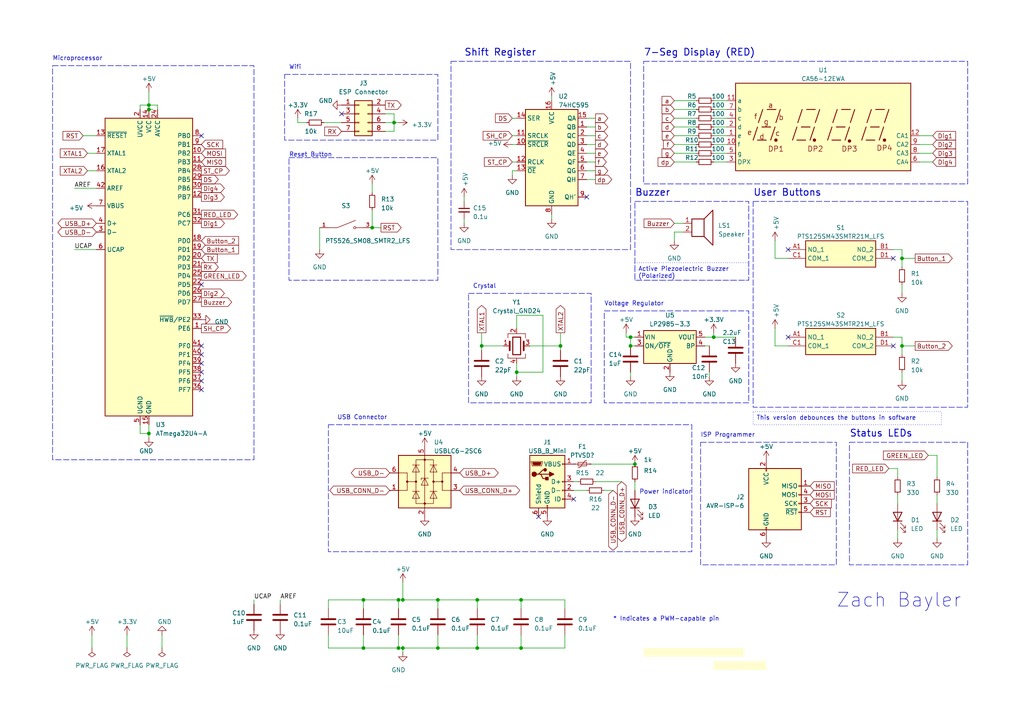
<source format=kicad_sch>
(kicad_sch (version 20230121) (generator eeschema)
  (paper "A4")
  (title_block (title "Arduino Uno Shield") (date "2023-03-22") (rev "1.0"))
  (junction (at 43.18 30.48))
  (junction (at 116.84 173.99))
  (junction (at 105.41 187.96))
  (junction (at 115.57 173.99))
  (junction (at 138.43 173.99))
  (junction (at 114.3 35.56))
  (junction (at 207.01 97.79))
  (junction (at 184.15 134.62))
  (junction (at 105.41 173.99))
  (junction (at 149.86 107.95))
  (junction (at 127 187.96))
  (junction (at 127 173.99))
  (junction (at 261.62 100.33))
  (junction (at 182.88 97.79))
  (junction (at 151.13 187.96))
  (junction (at 261.62 74.93))
  (junction (at 115.57 187.96))
  (junction (at 151.13 173.99))
  (junction (at 107.95 66.04))
  (junction (at 182.88 100.33))
  (junction (at 162.56 100.33))
  (junction (at 116.84 187.96))
  (junction (at 43.18 31.75))
  (junction (at 43.18 125.73))
  (junction (at 139.7 100.33))
  (junction (at 138.43 187.96))
  (no_connect (at 58.42 100.33))
  (no_connect (at 58.42 82.55))
  (no_connect (at 99.06 33.02))
  (no_connect (at 156.21 149.86))
  (no_connect (at 170.18 57.15))
  (no_connect (at 228.6 97.79))
  (no_connect (at 58.42 110.49))
  (no_connect (at 58.42 105.41))
  (no_connect (at 58.42 102.87))
  (no_connect (at 58.42 113.03))
  (no_connect (at 259.08 74.93))
  (no_connect (at 58.42 107.95))
  (no_connect (at 259.08 100.33))
  (no_connect (at 228.6 72.39))
  (no_connect (at 58.42 39.37))
  (no_connect (at 166.37 144.78))
  (wire (pts (xy 105.41 173.99) (xy 115.57 173.99)))
  (wire (pts (xy 86.36 35.56) (xy 88.9 35.56)))
  (wire (pts (xy 151.13 173.99) (xy 163.83 173.99)))
  (wire (pts (xy 160.02 62.23) (xy 160.02 63.5)))
  (wire (pts (xy 162.56 96.52) (xy 162.56 100.33)))
  (wire (pts (xy 261.62 100.33) (xy 261.62 102.87)))
  (wire (pts (xy 207.01 34.29) (xy 210.82 34.29)))
  (wire (pts (xy 138.43 187.96) (xy 151.13 187.96)))
  (wire (pts (xy 138.43 173.99) (xy 151.13 173.99)))
  (wire (pts (xy 184.15 100.33) (xy 182.88 100.33)))
  (wire (pts (xy 151.13 176.53) (xy 151.13 173.99)))
  (wire (pts (xy 105.41 187.96) (xy 115.57 187.96)))
  (wire (pts (xy 93.98 35.56) (xy 99.06 35.56)))
  (wire (pts (xy 195.58 67.31) (xy 195.58 69.85)))
  (wire (pts (xy 170.18 34.29) (xy 172.72 34.29)))
  (wire (pts (xy 115.57 187.96) (xy 116.84 187.96)))
  (wire (pts (xy 261.62 100.33) (xy 265.43 100.33)))
  (wire (pts (xy 95.25 176.53) (xy 95.25 173.99)))
  (wire (pts (xy 228.6 74.93) (xy 224.79 74.93)))
  (wire (pts (xy 105.41 184.15) (xy 105.41 187.96)))
  (wire (pts (xy 204.47 100.33) (xy 205.74 100.33)))
  (wire (pts (xy 261.62 74.93) (xy 261.62 77.47)))
  (wire (pts (xy 138.43 184.15) (xy 138.43 187.96)))
  (wire (pts (xy 260.35 143.51) (xy 260.35 146.05)))
  (wire (pts (xy 43.18 31.75) (xy 44.45 31.75)))
  (wire (pts (xy 111.76 33.02) (xy 114.3 33.02)))
  (wire (pts (xy 81.28 173.99) (xy 81.28 175.26)))
  (wire (pts (xy 166.37 142.24) (xy 170.18 142.24)))
  (wire (pts (xy 148.59 39.37) (xy 149.86 39.37)))
  (wire (pts (xy 127 187.96) (xy 138.43 187.96)))
  (wire (pts (xy 259.08 72.39) (xy 261.62 72.39)))
  (wire (pts (xy 149.86 107.95) (xy 149.86 109.22)))
  (wire (pts (xy 116.84 187.96) (xy 127 187.96)))
  (wire (pts (xy 172.72 139.7) (xy 180.34 139.7)))
  (wire (pts (xy 163.83 176.53) (xy 163.83 173.99)))
  (wire (pts (xy 195.58 34.29) (xy 201.93 34.29)))
  (wire (pts (xy 195.58 64.77) (xy 198.12 64.77)))
  (wire (pts (xy 266.7 41.91) (xy 270.51 41.91)))
  (wire (pts (xy 151.13 187.96) (xy 163.83 187.96)))
  (wire (pts (xy 43.18 26.67) (xy 43.18 30.48)))
  (wire (pts (xy 207.01 96.52) (xy 207.01 97.79)))
  (wire (pts (xy 271.78 132.08) (xy 271.78 138.43)))
  (wire (pts (xy 134.62 57.15) (xy 134.62 58.42)))
  (wire (pts (xy 195.58 31.75) (xy 201.93 31.75)))
  (wire (pts (xy 116.84 187.96) (xy 116.84 189.23)))
  (wire (pts (xy 149.86 105.41) (xy 149.86 107.95)))
  (wire (pts (xy 45.72 31.75) (xy 45.72 30.48)))
  (wire (pts (xy 149.86 49.53) (xy 148.59 49.53)))
  (wire (pts (xy 115.57 176.53) (xy 115.57 173.99)))
  (wire (pts (xy 163.83 184.15) (xy 163.83 187.96)))
  (wire (pts (xy 271.78 143.51) (xy 271.78 146.05)))
  (wire (pts (xy 195.58 39.37) (xy 201.93 39.37)))
  (wire (pts (xy 207.01 97.79) (xy 204.47 97.79)))
  (wire (pts (xy 160.02 27.94) (xy 160.02 29.21)))
  (wire (pts (xy 157.48 107.95) (xy 149.86 107.95)))
  (wire (pts (xy 269.24 132.08) (xy 271.78 132.08)))
  (wire (pts (xy 21.59 54.61) (xy 27.94 54.61)))
  (wire (pts (xy 134.62 63.5) (xy 134.62 64.77)))
  (wire (pts (xy 25.4 44.45) (xy 27.94 44.45)))
  (wire (pts (xy 116.84 168.91) (xy 116.84 173.99)))
  (wire (pts (xy 92.71 66.04) (xy 92.71 72.39)))
  (wire (pts (xy 111.76 38.1) (xy 114.3 38.1)))
  (wire (pts (xy 43.18 30.48) (xy 43.18 31.75)))
  (wire (pts (xy 195.58 41.91) (xy 201.93 41.91)))
  (wire (pts (xy 148.59 34.29) (xy 149.86 34.29)))
  (wire (pts (xy 207.01 29.21) (xy 210.82 29.21)))
  (wire (pts (xy 46.99 184.15) (xy 46.99 187.96)))
  (wire (pts (xy 21.59 72.39) (xy 27.94 72.39)))
  (wire (pts (xy 261.62 74.93) (xy 265.43 74.93)))
  (wire (pts (xy 114.3 35.56) (xy 115.57 35.56)))
  (wire (pts (xy 271.78 153.67) (xy 271.78 156.21)))
  (wire (pts (xy 170.18 46.99) (xy 172.72 46.99)))
  (wire (pts (xy 266.7 44.45) (xy 270.51 44.45)))
  (wire (pts (xy 95.25 187.96) (xy 105.41 187.96)))
  (wire (pts (xy 171.45 134.62) (xy 184.15 134.62)))
  (wire (pts (xy 36.83 184.15) (xy 36.83 187.96)))
  (wire (pts (xy 162.56 101.6) (xy 162.56 100.33)))
  (wire (pts (xy 148.59 41.91) (xy 149.86 41.91)))
  (wire (pts (xy 207.01 36.83) (xy 210.82 36.83)))
  (wire (pts (xy 107.95 66.04) (xy 110.49 66.04)))
  (wire (pts (xy 116.84 173.99) (xy 127 173.99)))
  (wire (pts (xy 43.18 123.19) (xy 43.18 125.73)))
  (wire (pts (xy 182.88 97.79) (xy 182.88 100.33)))
  (wire (pts (xy 139.7 96.52) (xy 139.7 100.33)))
  (wire (pts (xy 115.57 173.99) (xy 116.84 173.99)))
  (wire (pts (xy 195.58 46.99) (xy 201.93 46.99)))
  (wire (pts (xy 198.12 67.31) (xy 195.58 67.31)))
  (wire (pts (xy 182.88 97.79) (xy 181.61 97.79)))
  (wire (pts (xy 40.64 123.19) (xy 40.64 125.73)))
  (wire (pts (xy 45.72 30.48) (xy 43.18 30.48)))
  (wire (pts (xy 127 176.53) (xy 127 173.99)))
  (wire (pts (xy 162.56 100.33) (xy 153.67 100.33)))
  (wire (pts (xy 43.18 125.73) (xy 43.18 127)))
  (wire (pts (xy 95.25 173.99) (xy 105.41 173.99)))
  (wire (pts (xy 207.01 97.79) (xy 213.36 97.79)))
  (wire (pts (xy 86.36 34.29) (xy 86.36 35.56)))
  (wire (pts (xy 95.25 184.15) (xy 95.25 187.96)))
  (wire (pts (xy 184.15 97.79) (xy 182.88 97.79)))
  (wire (pts (xy 148.59 49.53) (xy 148.59 50.8)))
  (wire (pts (xy 207.01 44.45) (xy 210.82 44.45)))
  (wire (pts (xy 127 173.99) (xy 138.43 173.99)))
  (wire (pts (xy 170.18 39.37) (xy 172.72 39.37)))
  (wire (pts (xy 261.62 72.39) (xy 261.62 74.93)))
  (wire (pts (xy 207.01 31.75) (xy 210.82 31.75)))
  (wire (pts (xy 195.58 36.83) (xy 201.93 36.83)))
  (wire (pts (xy 139.7 100.33) (xy 146.05 100.33)))
  (wire (pts (xy 207.01 41.91) (xy 210.82 41.91)))
  (wire (pts (xy 149.86 95.25) (xy 149.86 91.44)))
  (wire (pts (xy 184.15 139.7) (xy 184.15 142.24)))
  (wire (pts (xy 40.64 31.75) (xy 40.64 30.48)))
  (wire (pts (xy 166.37 139.7) (xy 167.64 139.7)))
  (wire (pts (xy 157.48 91.44) (xy 157.48 107.95)))
  (wire (pts (xy 139.7 101.6) (xy 139.7 100.33)))
  (wire (pts (xy 261.62 82.55) (xy 261.62 85.09)))
  (wire (pts (xy 73.66 173.99) (xy 73.66 175.26)))
  (wire (pts (xy 170.18 41.91) (xy 172.72 41.91)))
  (wire (pts (xy 151.13 184.15) (xy 151.13 187.96)))
  (wire (pts (xy 266.7 46.99) (xy 270.51 46.99)))
  (wire (pts (xy 170.18 44.45) (xy 172.72 44.45)))
  (wire (pts (xy 40.64 30.48) (xy 43.18 30.48)))
  (wire (pts (xy 224.79 74.93) (xy 224.79 69.85)))
  (wire (pts (xy 170.18 36.83) (xy 172.72 36.83)))
  (wire (pts (xy 127 184.15) (xy 127 187.96)))
  (wire (pts (xy 138.43 176.53) (xy 138.43 173.99)))
  (wire (pts (xy 261.62 107.95) (xy 261.62 110.49)))
  (wire (pts (xy 25.4 49.53) (xy 27.94 49.53)))
  (wire (pts (xy 195.58 29.21) (xy 201.93 29.21)))
  (wire (pts (xy 195.58 44.45) (xy 201.93 44.45)))
  (wire (pts (xy 149.86 91.44) (xy 157.48 91.44)))
  (wire (pts (xy 24.13 39.37) (xy 27.94 39.37)))
  (wire (pts (xy 114.3 33.02) (xy 114.3 35.56)))
  (wire (pts (xy 260.35 135.89) (xy 260.35 138.43)))
  (wire (pts (xy 182.88 107.95) (xy 182.88 109.22)))
  (wire (pts (xy 259.08 97.79) (xy 261.62 97.79)))
  (wire (pts (xy 260.35 153.67) (xy 260.35 156.21)))
  (wire (pts (xy 40.64 125.73) (xy 43.18 125.73)))
  (wire (pts (xy 224.79 100.33) (xy 224.79 95.25)))
  (wire (pts (xy 111.76 35.56) (xy 114.3 35.56)))
  (wire (pts (xy 114.3 38.1) (xy 114.3 35.56)))
  (wire (pts (xy 207.01 39.37) (xy 210.82 39.37)))
  (wire (pts (xy 105.41 176.53) (xy 105.41 173.99)))
  (wire (pts (xy 170.18 52.07) (xy 172.72 52.07)))
  (wire (pts (xy 115.57 184.15) (xy 115.57 187.96)))
  (wire (pts (xy 107.95 53.34) (xy 107.95 55.88)))
  (wire (pts (xy 266.7 39.37) (xy 270.51 39.37)))
  (wire (pts (xy 228.6 100.33) (xy 224.79 100.33)))
  (wire (pts (xy 205.74 107.95) (xy 205.74 109.22)))
  (wire (pts (xy 26.67 184.15) (xy 26.67 187.96)))
  (wire (pts (xy 148.59 46.99) (xy 149.86 46.99)))
  (wire (pts (xy 261.62 97.79) (xy 261.62 100.33)))
  (wire (pts (xy 257.81 135.89) (xy 260.35 135.89)))
  (wire (pts (xy 107.95 60.96) (xy 107.95 66.04)))
  (wire (pts (xy 181.61 97.79) (xy 181.61 96.52)))
  (wire (pts (xy 170.18 49.53) (xy 172.72 49.53)))
  (wire (pts (xy 207.01 46.99) (xy 210.82 46.99)))
  (wire (pts (xy 175.26 142.24) (xy 177.8 142.24)))
  (rectangle (start 15.24 19.05) (end 73.66 133.35) (stroke (width 0) (type dash)))
  (rectangle (start 82.55 21.59) (end 127 40.64) (stroke (width 0) (type dash)))
  (rectangle (start 186.69 187.96) (end 215.9 190.5) (stroke (width -0.0001)) (fill (type color) (color 255 253 207 1)))
  (rectangle (start 246.38 128.27) (end 280.67 163.83) (stroke (width 0) (type dash)))
  (rectangle (start 83.82 45.72) (end 127 81.28) (stroke (width 0) (type dash)))
  (rectangle (start 203.2 128.27) (end 242.57 163.83) (stroke (width 0) (type dash)))
  (rectangle (start 175.26 90.17) (end 217.17 116.84) (stroke (width 0) (type dash)))
  (rectangle (start 184.15 58.42) (end 217.17 81.28) (stroke (width 0) (type dash)))
  (rectangle (start 218.44 58.42) (end 280.67 118.11) (stroke (width 0) (type dash)))
  (rectangle (start 135.89 85.09) (end 171.45 116.84) (stroke (width 0) (type dash)))
  (rectangle (start 207.01 191.77) (end 222.25 194.31) (stroke (width -0.0001)) (fill (type color) (color 255 253 207 1)))
  (rectangle (start 130.81 17.78) (end 182.88 72.39) (stroke (width 0) (type dash)))
  (rectangle (start 95.25 123.19) (end 200.66 160.02) (stroke (width 0) (type dash)))
  (rectangle (start 186.69 17.78) (end 280.67 53.34) (stroke (width 0) (type dash)))
  (text_box "Active Piezoelectric Buzzer (Polarized)" (at 184.15 76.2 0) (size 33.02 5.08) (stroke (width 0) (type dot)) (effects (font (size 1.27 1.27)) (justify left top)))
  (text_box "This version debounces the buttons in software" (at 218.44 119.38 0) (size 54.61 3.81) (stroke (width 0) (type dot)) (effects (font (size 1.27 1.27)) (justify left top)))
  (text "Reset Button" (at 83.82 45.72 0) (effects (font (size 1.27 1.27)) (justify left bottom)))
  (text "Shift Register" (at 134.62 16.51 0) (effects (font (size 2 2) (thickness 0.254) bold) (justify left bottom)))
  (text "Zach Bayler" (at 242.57 176.53 0) (effects (font (size 4 4)) (justify left bottom)))
  (text "Microprocessor" (at 15.24 17.78 0) (effects (font (size 1.27 1.27)) (justify left bottom)))
  (text "USB Connector" (at 97.79 121.92 0) (effects (font (size 1.27 1.27)) (justify left bottom)))
  (text "ISP Programmer\n" (at 203.2 127 0) (effects (font (size 1.27 1.27)) (justify left bottom)))
  (text "Status LEDs" (at 246.38 127 0) (effects (font (size 2 2) (thickness 0.254) bold) (justify left bottom)))
  (text "Wifi" (at 83.82 20.32 0) (effects (font (size 1.27 1.27)) (justify left bottom)))
  (text "Power indicator" (at 185.42 143.51 0) (effects (font (size 1.27 1.27)) (justify left bottom)))
  (text "User Buttons" (at 218.44 57.15 0) (effects (font (size 2 2) (thickness 0.254) bold) (justify left bottom)))
  (text "Buzzer" (at 184.15 57.15 0) (effects (font (size 2 2) (thickness 0.254) bold) (justify left bottom)))
  (text "* Indicates a PWM-capable pin" (at 177.8 180.34 0) (effects (font (size 1.27 1.27)) (justify left bottom)))
  (text "Voltage Regulator" (at 175.26 88.9 0) (effects (font (size 1.27 1.27)) (justify left bottom)))
  (text "7-Seg Display (RED)" (at 186.69 16.51 0) (effects (font (size 2 2) (thickness 0.254) bold) (justify left bottom)))
  (text "Crystal" (at 137.16 83.82 0) (effects (font (size 1.27 1.27)) (justify left bottom)))
  (label "AREF" (at 21.59 54.61 0))
  (label "UCAP" (at 21.59 72.39 0))
  (label "UCAP" (at 73.66 173.99 0))
  (label "AREF" (at 81.28 173.99 0))
  (global_label "Button_2" (shape input) (at 58.42 69.85 0) (property "Intersheetrefs" "${INTERSHEET_REFS}" (effects hide)))
  (global_label "e" (shape output) (at 172.72 44.45 0) (property "Intersheetrefs" "${INTERSHEET_REFS}" (effects hide)))
  (global_label "Button_1" (shape output) (at 265.43 74.93 0) (property "Intersheetrefs" "${INTERSHEET_REFS}" (effects hide)))
  (global_label "g" (shape output) (at 172.72 49.53 0) (property "Intersheetrefs" "${INTERSHEET_REFS}" (effects hide)))
  (global_label "XTAL1" (shape output) (at 139.7 96.52 90) (property "Intersheetrefs" "${INTERSHEET_REFS}" (effects hide)))
  (global_label "SH_CP" (shape output) (at 58.42 95.25 0) (property "Intersheetrefs" "${INTERSHEET_REFS}" (effects hide)))
  (global_label "dp" (shape output) (at 172.72 52.07 0) (property "Intersheetrefs" "${INTERSHEET_REFS}" (effects hide)))
  (global_label "MISO" (shape input) (at 58.42 46.99 0) (property "Intersheetrefs" "${INTERSHEET_REFS}" (effects hide)))
  (global_label "TX" (shape input) (at 58.42 74.93 0) (property "Intersheetrefs" "${INTERSHEET_REFS}" (effects hide)))
  (global_label "b" (shape input) (at 195.58 31.75 180) (property "Intersheetrefs" "${INTERSHEET_REFS}" (effects hide)))
  (global_label "Dig2" (shape output) (at 58.42 85.09 0) (property "Intersheetrefs" "${INTERSHEET_REFS}" (effects hide)))
  (global_label "RST" (shape output) (at 110.49 66.04 0) (property "Intersheetrefs" "${INTERSHEET_REFS}" (effects hide)))
  (global_label "f" (shape output) (at 172.72 46.99 0) (property "Intersheetrefs" "${INTERSHEET_REFS}" (effects hide)))
  (global_label "ST_CP" (shape input) (at 148.59 46.99 180) (property "Intersheetrefs" "${INTERSHEET_REFS}" (effects hide)))
  (global_label "d" (shape input) (at 195.58 36.83 180) (property "Intersheetrefs" "${INTERSHEET_REFS}" (effects hide)))
  (global_label "a" (shape input) (at 195.58 29.21 180) (property "Intersheetrefs" "${INTERSHEET_REFS}" (effects hide)))
  (global_label "Button_1" (shape input) (at 58.42 72.39 0) (property "Intersheetrefs" "${INTERSHEET_REFS}" (effects hide)))
  (global_label "RST" (shape input) (at 234.95 148.59 0) (property "Intersheetrefs" "${INTERSHEET_REFS}" (effects hide)))
  (global_label "Dig4" (shape output) (at 58.42 54.61 0) (property "Intersheetrefs" "${INTERSHEET_REFS}" (effects hide)))
  (global_label "Dig1" (shape output) (at 58.42 64.77 0) (property "Intersheetrefs" "${INTERSHEET_REFS}" (effects hide)))
  (global_label "c" (shape output) (at 172.72 39.37 0) (property "Intersheetrefs" "${INTERSHEET_REFS}" (effects hide)))
  (global_label "RED_LED" (shape output) (at 58.42 62.23 0) (property "Intersheetrefs" "${INTERSHEET_REFS}" (effects hide)))
  (global_label "USB_CONN_D-" (shape bidirectional) (at 177.8 142.24 270) (property "Intersheetrefs" "${INTERSHEET_REFS}" (effects hide)))
  (global_label "g" (shape input) (at 195.58 44.45 180) (property "Intersheetrefs" "${INTERSHEET_REFS}" (effects hide)))
  (global_label "USB_D+" (shape bidirectional) (at 133.35 137.16 0) (property "Intersheetrefs" "${INTERSHEET_REFS}" (effects hide)))
  (global_label "Dig1" (shape input) (at 270.51 39.37 0) (property "Intersheetrefs" "${INTERSHEET_REFS}" (effects hide)))
  (global_label "USB_CONN_D+" (shape bidirectional) (at 133.35 142.24 0) (property "Intersheetrefs" "${INTERSHEET_REFS}" (effects hide)))
  (global_label "GREEN_LED" (shape input) (at 269.24 132.08 180) (property "Intersheetrefs" "${INTERSHEET_REFS}" (effects hide)))
  (global_label "a" (shape output) (at 172.72 34.29 0) (property "Intersheetrefs" "${INTERSHEET_REFS}" (effects hide)))
  (global_label "Dig2" (shape input) (at 270.51 41.91 0) (property "Intersheetrefs" "${INTERSHEET_REFS}" (effects hide)))
  (global_label "MOSI" (shape input) (at 58.42 44.45 0) (property "Intersheetrefs" "${INTERSHEET_REFS}" (effects hide)))
  (global_label "Dig3" (shape output) (at 58.42 57.15 0) (property "Intersheetrefs" "${INTERSHEET_REFS}" (effects hide)))
  (global_label "MISO" (shape input) (at 234.95 140.97 0) (property "Intersheetrefs" "${INTERSHEET_REFS}" (effects hide)))
  (global_label "DS" (shape input) (at 148.59 34.29 180) (property "Intersheetrefs" "${INTERSHEET_REFS}" (effects hide)))
  (global_label "SH_CP" (shape input) (at 148.59 39.37 180) (property "Intersheetrefs" "${INTERSHEET_REFS}" (effects hide)))
  (global_label "Button_2" (shape output) (at 265.43 100.33 0) (property "Intersheetrefs" "${INTERSHEET_REFS}" (effects hide)))
  (global_label "Dig4" (shape input) (at 270.51 46.99 0) (property "Intersheetrefs" "${INTERSHEET_REFS}" (effects hide)))
  (global_label "RX" (shape input) (at 99.06 38.1 180) (property "Intersheetrefs" "${INTERSHEET_REFS}" (effects hide)))
  (global_label "XTAL2" (shape output) (at 162.56 96.52 90) (property "Intersheetrefs" "${INTERSHEET_REFS}" (effects hide)))
  (global_label "TX" (shape output) (at 111.76 30.48 0) (property "Intersheetrefs" "${INTERSHEET_REFS}" (effects hide)))
  (global_label "c" (shape input) (at 195.58 34.29 180) (property "Intersheetrefs" "${INTERSHEET_REFS}" (effects hide)))
  (global_label "SCK" (shape input) (at 234.95 146.05 0) (property "Intersheetrefs" "${INTERSHEET_REFS}" (effects hide)))
  (global_label "dp" (shape input) (at 195.58 46.99 180) (property "Intersheetrefs" "${INTERSHEET_REFS}" (effects hide)))
  (global_label "USB_D+" (shape bidirectional) (at 27.94 64.77 180) (property "Intersheetrefs" "${INTERSHEET_REFS}" (effects hide)))
  (global_label "RX" (shape output) (at 58.42 77.47 0) (property "Intersheetrefs" "${INTERSHEET_REFS}" (effects hide)))
  (global_label "USB_D-" (shape bidirectional) (at 27.94 67.31 180) (property "Intersheetrefs" "${INTERSHEET_REFS}" (effects hide)))
  (global_label "USB_CONN_D+" (shape bidirectional) (at 180.34 139.7 270) (property "Intersheetrefs" "${INTERSHEET_REFS}" (effects hide)))
  (global_label "USB_D-" (shape bidirectional) (at 113.03 137.16 180) (property "Intersheetrefs" "${INTERSHEET_REFS}" (effects hide)))
  (global_label "ST_CP" (shape output) (at 58.42 49.53 0) (property "Intersheetrefs" "${INTERSHEET_REFS}" (effects hide)))
  (global_label "Dig3" (shape input) (at 270.51 44.45 0) (property "Intersheetrefs" "${INTERSHEET_REFS}" (effects hide)))
  (global_label "Buzzer" (shape input) (at 195.58 64.77 180) (property "Intersheetrefs" "${INTERSHEET_REFS}" (effects hide)))
  (global_label "XTAL1" (shape input) (at 25.4 44.45 180) (property "Intersheetrefs" "${INTERSHEET_REFS}" (effects hide)))
  (global_label "XTAL2" (shape input) (at 25.4 49.53 180) (property "Intersheetrefs" "${INTERSHEET_REFS}" (effects hide)))
  (global_label "d" (shape output) (at 172.72 41.91 0) (property "Intersheetrefs" "${INTERSHEET_REFS}" (effects hide)))
  (global_label "GREEN_LED" (shape output) (at 58.42 80.01 0) (property "Intersheetrefs" "${INTERSHEET_REFS}" (effects hide)))
  (global_label "Buzzer" (shape output) (at 58.42 87.63 0) (property "Intersheetrefs" "${INTERSHEET_REFS}" (effects hide)))
  (global_label "SCK" (shape input) (at 58.42 41.91 0) (property "Intersheetrefs" "${INTERSHEET_REFS}" (effects hide)))
  (global_label "USB_CONN_D-" (shape bidirectional) (at 113.03 142.24 180) (property "Intersheetrefs" "${INTERSHEET_REFS}" (effects hide)))
  (global_label "RST" (shape input) (at 24.13 39.37 180) (property "Intersheetrefs" "${INTERSHEET_REFS}" (effects hide)))
  (global_label "e" (shape input) (at 195.58 39.37 180) (property "Intersheetrefs" "${INTERSHEET_REFS}" (effects hide)))
  (global_label "MOSI" (shape input) (at 234.95 143.51 0) (property "Intersheetrefs" "${INTERSHEET_REFS}" (effects hide)))
  (global_label "DS" (shape output) (at 58.42 52.07 0) (property "Intersheetrefs" "${INTERSHEET_REFS}" (effects hide)))
  (global_label "f" (shape input) (at 195.58 41.91 180) (property "Intersheetrefs" "${INTERSHEET_REFS}" (effects hide)))
  (global_label "b" (shape output) (at 172.72 36.83 0) (property "Intersheetrefs" "${INTERSHEET_REFS}" (effects hide)))
  (global_label "RED_LED" (shape input) (at 257.81 135.89 180) (property "Intersheetrefs" "${INTERSHEET_REFS}" (effects hide)))
  (symbol (lib_id "power:+5V") (at 224.79 95.25 0) (unit 1)
    (property "Reference" "#PWR014" (effects hide))
    (property "Value" "+5V" (at 225.1456 92.202 90) (effects (justify left)))
  )
  (symbol (lib_id "power:GND") (at 222.25 156.21 0) (unit 1)
    (property "Reference" "#PWR028" (effects hide))
    (property "Value" "GND" (at 222.25 161.29 0))
  )
  (symbol (lib_id "power:PWR_FLAG") (at 36.83 187.96 180) (unit 1)
    (property "Reference" "#FLG03" (effects hide))
    (property "Value" "PWR_FLAG" (at 36.83 193.04 0))
  )
  (symbol (lib_id "74xx:74HC595") (at 160.02 44.45 0) (unit 1)
    (property "Reference" "U2" (at 161.9759 27.94 0) (effects (justify left)))
    (property "Value" "74HC595" (at 161.9759 30.48 0) (effects (justify left)))
    (property "Footprint" "Package_SO:TSSOP-16_4.4x5mm_P0.65mm" (effects hide))
    (property "Datasheet" "http://www.ti.com/lit/ds/symlink/sn74hc595.pdf" (effects hide))
  )
  (symbol (lib_id "power:GND") (at 182.88 109.22 0) (unit 1)
    (property "Reference" "#PWR038" (effects hide))
    (property "Value" "GND" (at 182.88 114.3 0))
  )
  (symbol (lib_name "+5V_1") (lib_id "power:+5V") (at 184.15 134.62 0) (unit 1)
    (property "Reference" "#PWR024" (effects hide))
    (property "Value" "+5V" (at 184.15 130.81 0))
  )
  (symbol (lib_id "Device:C") (at 105.41 180.34 0) (unit 1)
    (property "Reference" "C4" (at 107.95 180.34 0) (effects (justify left)))
    (property "Value" "0.1uF" (at 107.95 182.88 0) (effects (justify left)))
    (property "Footprint" "Capacitor_SMD:C_0603_1608Metric" (effects hide))
  )
  (symbol (lib_id "Device:C") (at 73.66 179.07 0) (unit 1)
    (property "Reference" "C10" (at 67.31 177.8 0) (effects (justify left)))
    (property "Value" "1uF" (at 67.31 180.34 0) (effects (justify left)))
    (property "Footprint" "Capacitor_SMD:C_0603_1608Metric" (effects hide))
  )
  (symbol (lib_id "Device:LED") (at 260.35 149.86 90) (unit 1)
    (property "Reference" "D1" (at 264.16 150.8125 90) (effects (justify right)))
    (property "Value" "LED" (at 264.16 153.3525 90) (effects (justify right)))
    (property "Footprint" "LED_SMD:LED_0805_2012Metric" (effects hide))
  )
  (symbol (lib_id "power:PWR_FLAG") (at 26.67 187.96 180) (unit 1)
    (property "Reference" "#FLG02" (effects hide))
    (property "Value" "PWR_FLAG" (at 26.67 193.04 0))
  )
  (symbol (lib_id "Device:C") (at 162.56 105.41 0) (unit 1)
    (property "Reference" "C1" (at 166.37 104.775 0) (effects (justify left)))
    (property "Value" "22pF" (at 166.37 107.315 0) (effects (justify left)))
    (property "Footprint" "Capacitor_SMD:C_0603_1608Metric" (effects hide))
  )
  (symbol (lib_name "+5V_1") (lib_id "power:+5V") (at 107.95 53.34 0) (unit 1)
    (property "Reference" "#PWR02" (effects hide))
    (property "Value" "+5V" (at 107.95 49.53 0))
  )
  (symbol (lib_id "power:GND") (at 158.75 149.86 0) (unit 1)
    (property "Reference" "#PWR023" (effects hide))
    (property "Value" "GND" (at 158.75 154.94 0))
  )
  (symbol (lib_id "power:GND") (at 58.42 92.71 90) (unit 1)
    (property "Reference" "#PWR042" (effects hide))
    (property "Value" "GND" (at 62.23 93.345 90) (effects (justify right)))
  )
  (symbol (lib_id "Device:Crystal_GND24") (at 149.86 100.33 0) (unit 1)
    (property "Reference" "Y1" (at 149.86 87.63 0))
    (property "Value" "Crystal_GND24" (at 149.86 90.17 0))
    (property "Footprint" "Crystal:Crystal_SMD_Abracon_ABM8G-4Pin_3.2x2.5mm" (effects hide))
  )
  (symbol (lib_id "power:GND") (at 123.19 149.86 0) (unit 1)
    (property "Reference" "#PWR026" (effects hide))
    (property "Value" "GND" (at 123.19 154.94 0))
  )
  (symbol (lib_id "Device:LED") (at 184.15 146.05 90) (unit 1)
    (property "Reference" "D3" (at 187.96 147.0025 90) (effects (justify right)))
    (property "Value" "LED" (at 187.96 149.5425 90) (effects (justify right)))
    (property "Footprint" "LED_SMD:LED_0805_2012Metric" (effects hide))
  )
  (symbol (lib_id "Connector:AVR-ISP-6") (at 224.79 146.05 0) (unit 1)
    (property "Reference" "J2" (at 215.9 144.145 0) (effects (justify right)))
    (property "Value" "AVR-ISP-6" (at 215.9 146.685 0) (effects (justify right)))
    (property "Footprint" "Connector_PinSocket_2.54mm:PinSocket_2x03_P2.54mm_Vertical" (effects hide))
    (property "Datasheet" " ~" (effects hide))
  )
  (symbol (lib_id "Device:R_Small") (at 170.18 139.7 90) (unit 1)
    (property "Reference" "R15" (at 168.91 137.16 90))
    (property "Value" "22" (at 173.99 137.16 90))
    (property "Footprint" "Resistor_SMD:R_0603_1608Metric" (effects hide))
  )
  (symbol (lib_name "+5V_1") (lib_id "power:+5V") (at 181.61 96.52 0) (unit 1)
    (property "Reference" "#PWR035" (effects hide))
    (property "Value" "+5V" (at 181.61 92.71 0))
  )
  (symbol (lib_id "Device:C") (at 213.36 101.6 0) (unit 1)
    (property "Reference" "C13" (at 209.55 99.06 0) (effects (justify left)))
    (property "Value" "2.2uF" (at 209.55 96.52 0) (effects (justify left)))
    (property "Footprint" "Capacitor_SMD:C_0603_1608Metric" (effects hide))
  )
  (symbol (lib_id "Device:C") (at 95.25 180.34 0) (unit 1)
    (property "Reference" "C3" (at 97.79 180.34 0) (effects (justify left)))
    (property "Value" "10uF" (at 97.79 182.88 0) (effects (justify left)))
    (property "Footprint" "Capacitor_SMD:C_0603_1608Metric" (effects hide))
  )
  (symbol (lib_name "+5V_1") (lib_id "power:+5V") (at 116.84 168.91 0) (unit 1)
    (property "Reference" "#PWR019" (effects hide))
    (property "Value" "+5V" (at 116.84 165.1 0))
  )
  (symbol (lib_id "Device:R_Small") (at 204.47 36.83 90) (unit 1)
    (property "Reference" "R8" (at 200.66 35.56 90))
    (property "Value" "100" (at 208.28 35.56 90))
    (property "Footprint" "Resistor_SMD:R_0805_2012Metric" (effects hide))
  )
  (symbol (lib_id "power:+5V") (at 160.02 27.94 0) (unit 1)
    (property "Reference" "#PWR07" (effects hide))
    (property "Value" "+5V" (at 160.3756 24.892 90) (effects (justify left)))
  )
  (symbol (lib_id "Connector:USB_B_Mini") (at 158.75 139.7 0) (unit 1)
    (property "Reference" "J1" (at 158.75 128.27 0))
    (property "Value" "USB_B_Mini" (at 158.75 130.81 0))
    (property "Footprint" "Connector_USB:USB_Mini-B_Lumberg_2486_01_Horizontal" (effects hide))
  )
  (symbol (lib_id "Device:R_Small") (at 261.62 80.01 0) (unit 1)
    (property "Reference" "R1" (at 264.16 79.375 0) (effects (justify left)))
    (property "Value" "10k" (at 264.16 81.915 0) (effects (justify left)))
    (property "Footprint" "Resistor_SMD:R_0603_1608Metric" (effects hide))
  )
  (symbol (lib_id "Device:R_Small") (at 261.62 105.41 0) (unit 1)
    (property "Reference" "R2" (at 264.16 104.775 0) (effects (justify left)))
    (property "Value" "10k" (at 264.16 107.315 0) (effects (justify left)))
    (property "Footprint" "Resistor_SMD:R_0603_1608Metric" (effects hide))
  )
  (symbol (lib_id "power:GND") (at 205.74 109.22 0) (unit 1)
    (property "Reference" "#PWR036" (effects hide))
    (property "Value" "GND" (at 205.74 114.3 0))
  )
  (symbol (lib_id "Device:R_Small") (at 204.47 34.29 90) (unit 1)
    (property "Reference" "R7" (at 200.66 33.02 90))
    (property "Value" "100" (at 208.28 33.02 90))
    (property "Footprint" "Resistor_SMD:R_0805_2012Metric" (effects hide))
  )
  (symbol (lib_id "Device:LED") (at 271.78 149.86 90) (unit 1)
    (property "Reference" "D2" (at 275.59 150.8125 90) (effects (justify right)))
    (property "Value" "LED" (at 275.59 153.3525 90) (effects (justify right)))
    (property "Footprint" "LED_SMD:LED_0805_2012Metric" (effects hide))
  )
  (symbol (lib_id "Device:C") (at 115.57 180.34 0) (unit 1)
    (property "Reference" "C5" (at 119.38 179.705 0) (effects (justify left)))
    (property "Value" "0.1uF" (at 119.38 182.245 0) (effects (justify left)))
    (property "Footprint" "Capacitor_SMD:C_0603_1608Metric" (effects hide))
  )
  (symbol (lib_id "Regulator_Linear:LP2985-3.3") (at 194.31 100.33 0) (unit 1)
    (property "Reference" "U5" (at 194.31 91.44 0))
    (property "Value" "LP2985-3.3" (at 194.31 93.98 0))
    (property "Footprint" "Package_TO_SOT_SMD:SOT-23-5" (effects hide))
    (property "Datasheet" "http://www.ti.com/lit/ds/symlink/lp2985.pdf" (effects hide))
  )
  (symbol (lib_id "Device:R_Small") (at 204.47 41.91 90) (unit 1)
    (property "Reference" "R10" (at 200.66 40.64 90))
    (property "Value" "100" (at 208.28 40.64 90))
    (property "Footprint" "Resistor_SMD:R_0805_2012Metric" (effects hide))
  )
  (symbol (lib_id "power:+3.3V") (at 86.36 34.29 0) (unit 1)
    (property "Reference" "#PWR032" (effects hide))
    (property "Value" "+3.3V" (at 86.36 30.48 0))
  )
  (symbol (lib_id "power:GND") (at 213.36 105.41 0) (unit 1)
    (property "Reference" "#PWR037" (effects hide))
    (property "Value" "GND" (at 213.36 110.49 0))
  )
  (symbol (lib_name "+5V_1") (lib_id "power:+5V") (at 123.19 129.54 0) (unit 1)
    (property "Reference" "#PWR027" (effects hide))
    (property "Value" "+5V" (at 123.19 125.73 0))
  )
  (symbol (lib_id "Connector_Generic:Conn_02x04_Odd_Even") (at 104.14 33.02 0) (unit 1)
    (property "Reference" "J3" (at 105.41 24.13 0))
    (property "Value" "ESP Connector" (at 105.41 26.67 0))
    (property "Footprint" "Connector_PinSocket_2.54mm:PinSocket_2x04_P2.54mm_Vertical" (effects hide))
  )
  (symbol (lib_name "+5V_1") (lib_id "power:+5V") (at 43.18 26.67 0) (unit 1)
    (property "Reference" "#PWR017" (effects hide))
    (property "Value" "+5V" (at 43.18 22.86 0))
  )
  (symbol (lib_id "power:+5V") (at 134.62 57.15 0) (unit 1)
    (property "Reference" "#PWR039" (effects hide))
    (property "Value" "+5V" (at 134.9756 54.102 90) (effects (justify left)))
  )
  (symbol (lib_id "PTS125_SMD_Button:PTS125SM43SMTR21M_LFS") (at 228.6 97.79 0) (unit 1)
    (property "Reference" "S2" (at 243.84 91.44 0))
    (property "Value" "PTS125SM43SMTR21M_LFS" (at 243.84 93.98 0))
    (property "Footprint" "PTS125_SMD_Button:PTS125_SMD_Button" (effects hide))
    (property "Datasheet" "https://www.ckswitches.com/media/1462/pts125.pdf" (effects hide))
    (property "Height" "4.3" (effects hide))
    (property "Manufacturer_Name" "C & K COMPONENTS" (effects hide))
    (property "Manufacturer_Part_Number" "PTS125SM43SMTR21M LFS" (effects hide))
    (property "Mouser Part Number" "611-PTS125S43SMTRLFS" (effects hide))
    (property "Mouser Price/Stock" "https://www.mouser.co.uk/ProductDetail/CK/PTS125SM43SMTR21M-LFS?qs=t7xnP681wgUNXpRGJY2Vkw%3D%3D" (effects hide))
  )
  (symbol (lib_id "Device:R_Small") (at 107.95 58.42 0) (unit 1)
    (property "Reference" "R13" (at 110.49 57.785 0) (effects (justify left)))
    (property "Value" "10k" (at 110.49 60.325 0) (effects (justify left)))
    (property "Footprint" "Resistor_SMD:R_0603_1608Metric" (effects hide))
  )
  (symbol (lib_id "Power_Protection:USBLC6-2SC6") (at 123.19 139.7 0) (unit 1)
    (property "Reference" "U4" (at 125.8317 128.27 0) (effects (justify left)))
    (property "Value" "USBLC6-2SC6" (at 125.8317 130.81 0) (effects (justify left)))
    (property "Footprint" "Package_TO_SOT_SMD:SOT-23-6" (effects hide))
    (property "Datasheet" "https://www.st.com/resource/en/datasheet/usblc6-2.pdf" (effects hide))
  )
  (symbol (lib_id "power:GND") (at 116.84 189.23 0) (unit 1)
    (property "Reference" "#PWR018" (effects hide))
    (property "Value" "GND" (at 115.57 194.31 0))
  )
  (symbol (lib_id "Device:R_Small") (at 260.35 140.97 0) (unit 1)
    (property "Reference" "R3" (at 262.89 140.335 0) (effects (justify left)))
    (property "Value" "330" (at 262.89 142.875 0) (effects (justify left)))
    (property "Footprint" "Resistor_SMD:R_0805_2012Metric" (effects hide))
  )
  (symbol (lib_name "GND_1") (lib_id "power:GND") (at 261.62 110.49 0) (unit 1)
    (property "Reference" "#PWR015" (effects hide))
    (property "Value" "GND" (at 261.62 115.57 0))
  )
  (symbol (lib_id "power:GND") (at 139.7 109.22 0) (unit 1)
    (property "Reference" "#PWR04" (effects hide))
    (property "Value" "GND" (at 139.7 114.3 0))
  )
  (symbol (lib_id "Device:C") (at 151.13 180.34 0) (unit 1)
    (property "Reference" "C8" (at 154.94 179.705 0) (effects (justify left)))
    (property "Value" "0.1uF" (at 154.94 182.245 0) (effects (justify left)))
    (property "Footprint" "Capacitor_SMD:C_0603_1608Metric" (effects hide))
  )
  (symbol (lib_id "Device:C") (at 205.74 104.14 0) (unit 1)
    (property "Reference" "C12" (at 200.66 106.68 0) (effects (justify left)))
    (property "Value" "10nF" (at 200.66 109.22 0) (effects (justify left)))
    (property "Footprint" "Capacitor_SMD:C_0603_1608Metric" (effects hide))
  )
  (symbol (lib_id "power:GND") (at 184.15 149.86 0) (unit 1)
    (property "Reference" "#PWR025" (effects hide))
    (property "Value" "GND" (at 184.15 154.94 0))
  )
  (symbol (lib_id "Device:C") (at 182.88 104.14 0) (unit 1)
    (property "Reference" "C14" (at 176.53 102.87 0) (effects (justify left)))
    (property "Value" "1uF" (at 176.53 105.41 0) (effects (justify left)))
    (property "Footprint" "Capacitor_SMD:C_0603_1608Metric" (effects hide))
  )
  (symbol (lib_id "Device:C") (at 163.83 180.34 0) (unit 1)
    (property "Reference" "C9" (at 167.64 179.705 0) (effects (justify left)))
    (property "Value" "0.1uF" (at 167.64 182.245 0) (effects (justify left)))
    (property "Footprint" "Capacitor_SMD:C_0603_1608Metric" (effects hide))
  )
  (symbol (lib_id "Device:R_Small") (at 184.15 137.16 0) (unit 1)
    (property "Reference" "R14" (at 186.69 136.525 0) (effects (justify left)))
    (property "Value" "1k" (at 186.69 133.35 0) (effects (justify left)))
    (property "Footprint" "Resistor_SMD:R_0805_2012Metric" (effects hide))
  )
  (symbol (lib_id "PTS125_SMD_Button:PTS125SM43SMTR21M_LFS") (at 228.6 72.39 0) (unit 1)
    (property "Reference" "S1" (at 243.84 66.04 0))
    (property "Value" "PTS125SM43SMTR21M_LFS" (at 243.84 68.58 0))
    (property "Footprint" "PTS125_SMD_Button:PTS125_SMD_Button" (effects hide))
    (property "Datasheet" "https://www.ckswitches.com/media/1462/pts125.pdf" (effects hide))
    (property "Height" "4.3" (effects hide))
    (property "Manufacturer_Name" "C & K COMPONENTS" (effects hide))
    (property "Manufacturer_Part_Number" "PTS125SM43SMTR21M LFS" (effects hide))
    (property "Mouser Part Number" "611-PTS125S43SMTRLFS" (effects hide))
    (property "Mouser Price/Stock" "https://www.mouser.co.uk/ProductDetail/CK/PTS125SM43SMTR21M-LFS?qs=t7xnP681wgUNXpRGJY2Vkw%3D%3D" (effects hide))
  )
  (symbol (lib_id "Device:R_Small") (at 204.47 29.21 90) (unit 1)
    (property "Reference" "R5" (at 200.66 27.94 90))
    (property "Value" "100" (at 208.28 27.94 90))
    (property "Footprint" "Resistor_SMD:R_0805_2012Metric" (effects hide))
  )
  (symbol (lib_id "power:GND") (at 92.71 72.39 0) (unit 1)
    (property "Reference" "#PWR01" (effects hide))
    (property "Value" "GND" (at 92.71 77.47 0))
  )
  (symbol (lib_id "power:+5V") (at 148.59 41.91 90) (unit 1)
    (property "Reference" "#PWR09" (effects hide))
    (property "Value" "+5V" (at 145.542 41.5544 90) (effects (justify left)))
  )
  (symbol (lib_id "Device:C") (at 127 180.34 0) (unit 1)
    (property "Reference" "C6" (at 130.81 179.705 0) (effects (justify left)))
    (property "Value" "0.1uF" (at 130.81 182.245 0) (effects (justify left)))
    (property "Footprint" "Capacitor_SMD:C_0603_1608Metric" (effects hide))
  )
  (symbol (lib_id "power:GND") (at 99.06 30.48 270) (unit 1)
    (property "Reference" "#PWR031" (effects hide))
    (property "Value" "GND" (at 96.52 29.21 90) (effects (justify right)))
  )
  (symbol (lib_name "+5V_1") (lib_id "power:+5V") (at 27.94 59.69 90) (unit 1)
    (property "Reference" "#PWR043" (effects hide))
    (property "Value" "+5V" (at 24.13 60.325 90) (effects (justify left)))
  )
  (symbol (lib_name "GND_1") (lib_id "power:GND") (at 148.59 50.8 0) (unit 1)
    (property "Reference" "#PWR08" (effects hide))
    (property "Value" "GND" (at 148.59 55.88 0))
  )
  (symbol (lib_name "+5V_1") (lib_id "power:+5V") (at 222.25 133.35 0) (unit 1)
    (property "Reference" "#PWR029" (effects hide))
    (property "Value" "+5V" (at 222.25 129.54 0))
  )
  (symbol (lib_id "power:+3.3V") (at 207.01 96.52 0) (unit 1)
    (property "Reference" "#PWR034" (effects hide))
    (property "Value" "+3.3V" (at 207.01 92.71 0))
  )
  (symbol (lib_id "Display_Character:CA56-12EWA") (at 238.76 36.83 0) (unit 1)
    (property "Reference" "U1" (at 238.76 20.32 0))
    (property "Value" "CA56-12EWA" (at 238.76 22.86 0))
    (property "Footprint" "Display_7Segment:CA56-12EWA" (effects hide))
    (property "Datasheet" "http://cdn.sparkfun.com/datasheets/Components/LED/1LEDREDCC.pdf" (effects hide))
  )
  (symbol (lib_id "Device:C") (at 138.43 180.34 0) (unit 1)
    (property "Reference" "C7" (at 142.24 179.705 0) (effects (justify left)))
    (property "Value" "0.1uF" (at 142.24 182.245 0) (effects (justify left)))
    (property "Footprint" "Capacitor_SMD:C_0603_1608Metric" (effects hide))
  )
  (symbol (lib_id "PTS526_SMD_Button:PTS526_SM08_SMTR2_LFS") (at 100.33 66.04 0) (unit 1)
    (property "Reference" "S3" (at 100.33 59.69 0))
    (property "Value" "PTS526_SM08_SMTR2_LFS" (at 106.68 69.85 0))
    (property "Footprint" "PTS526_SMD_Button:PTS526_SMD_Button" (effects hide))
    (property "STANDARD" "Manufacturer Recommendations" (effects hide))
    (property "MANUFACTURER" "C&K" (effects hide))
    (property "PARTREV" "20 mar 19" (effects hide))
    (property "MAXIMUM_PACKAGE_HEIGHT" "0.95mm" (effects hide))
  )
  (symbol (lib_id "power:GND") (at 81.28 182.88 0) (unit 1)
    (property "Reference" "#PWR022" (effects hide))
    (property "Value" "GND" (at 81.28 187.96 0))
  )
  (symbol (lib_id "power:GND") (at 73.66 182.88 0) (unit 1)
    (property "Reference" "#PWR021" (effects hide))
    (property "Value" "GND" (at 73.66 187.96 0))
  )
  (symbol (lib_name "GND_2") (lib_id "power:GND") (at 271.78 156.21 0) (unit 1)
    (property "Reference" "#PWR020" (effects hide))
    (property "Value" "GND" (at 271.78 161.29 0))
  )
  (symbol (lib_id "Device:R_Small") (at 204.47 44.45 90) (unit 1)
    (property "Reference" "R11" (at 200.66 43.18 90))
    (property "Value" "100" (at 208.28 43.18 90))
    (property "Footprint" "Resistor_SMD:R_0805_2012Metric" (effects hide))
  )
  (symbol (lib_id "Device:R_Small") (at 271.78 140.97 0) (unit 1)
    (property "Reference" "R4" (at 274.32 140.335 0) (effects (justify left)))
    (property "Value" "330" (at 274.32 142.875 0) (effects (justify left)))
    (property "Footprint" "Resistor_SMD:R_0805_2012Metric" (effects hide))
  )
  (symbol (lib_id "power:PWR_FLAG") (at 46.99 187.96 180) (unit 1)
    (property "Reference" "#FLG04" (effects hide))
    (property "Value" "PWR_FLAG" (at 46.99 193.04 0))
  )
  (symbol (lib_id "power:GND") (at 194.31 107.95 0) (unit 1)
    (property "Reference" "#PWR033" (effects hide))
    (property "Value" "GND" (at 194.31 113.03 0))
  )
  (symbol (lib_id "Device:C") (at 139.7 105.41 0) (unit 1)
    (property "Reference" "C2" (at 143.51 104.775 0) (effects (justify left)))
    (property "Value" "22pF" (at 143.51 107.315 0) (effects (justify left)))
    (property "Footprint" "Capacitor_SMD:C_0603_1608Metric" (effects hide))
  )
  (symbol (lib_id "Device:R_Small") (at 172.72 142.24 90) (unit 1)
    (property "Reference" "R16" (at 172.72 144.78 90))
    (property "Value" "22" (at 172.72 147.32 90))
    (property "Footprint" "Resistor_SMD:R_0603_1608Metric" (effects hide))
  )
  (symbol (lib_id "MCU_Microchip_ATmega:ATmega32U4-A") (at 43.18 77.47 0) (unit 1)
    (property "Reference" "U3" (at 45.1359 123.19 0) (effects (justify left)))
    (property "Value" "ATmega32U4-A" (at 45.1359 125.73 0) (effects (justify left)))
    (property "Footprint" "Package_QFP:TQFP-44_10x10mm_P0.8mm" (effects hide))
    (property "Datasheet" "http://ww1.microchip.com/downloads/en/DeviceDoc/Atmel-7766-8-bit-AVR-ATmega16U4-32U4_Datasheet.pdf" (effects hide))
  )
  (symbol (lib_id "Device:R_Small") (at 204.47 31.75 90) (unit 1)
    (property "Reference" "R6" (at 200.66 30.48 90))
    (property "Value" "100" (at 208.28 30.48 90))
    (property "Footprint" "Resistor_SMD:R_0805_2012Metric" (effects hide))
  )
  (symbol (lib_name "GND_4") (lib_id "power:GND") (at 43.18 127 0) (unit 1)
    (property "Reference" "#PWR044" (effects hide))
    (property "Value" "GND" (at 44.45 130.81 0) (effects (justify right)))
  )
  (symbol (lib_name "GND_1") (lib_id "power:GND") (at 195.58 69.85 0) (unit 1)
    (property "Reference" "#PWR016" (effects hide))
    (property "Value" "GND" (at 195.58 74.93 0))
  )
  (symbol (lib_id "power:+3.3V") (at 36.83 184.15 0) (unit 1)
    (property "Reference" "#PWR041" (effects hide))
    (property "Value" "+3.3V" (at 36.83 180.34 0))
  )
  (symbol (lib_id "power:GND") (at 162.56 109.22 0) (unit 1)
    (property "Reference" "#PWR05" (effects hide))
    (property "Value" "GND" (at 162.56 114.3 0))
  )
  (symbol (lib_id "Device:Polyfuse_Small") (at 168.91 134.62 90) (unit 1)
    (property "Reference" "F1" (at 168.91 129.54 90))
    (property "Value" "PTVSD?" (at 168.91 132.08 90))
    (property "Footprint" "Fuse:Fuse_1812_4532Metric" (effects hide))
  )
  (symbol (lib_name "GND_3") (lib_id "power:GND") (at 160.02 63.5 0) (unit 1)
    (property "Reference" "#PWR06" (effects hide))
    (property "Value" "GND" (at 160.02 68.58 0))
  )
  (symbol (lib_id "Device:C_Small") (at 134.62 60.96 0) (unit 1)
    (property "Reference" "C15" (at 137.16 60.3313 0) (effects (justify left)))
    (property "Value" "0.1u" (at 137.16 62.8713 0) (effects (justify left)))
    (property "Footprint" "Capacitor_SMD:C_0603_1608Metric" (effects hide))
  )
  (symbol (lib_id "Device:R_Small") (at 204.47 39.37 90) (unit 1)
    (property "Reference" "R9" (at 200.66 38.1 90))
    (property "Value" "100" (at 208.28 38.1 90))
    (property "Footprint" "Resistor_SMD:R_0805_2012Metric" (effects hide))
  )
  (symbol (lib_id "Device:Speaker") (at 203.2 64.77 0) (unit 1)
    (property "Reference" "LS1" (at 208.28 65.405 0) (effects (justify left)))
    (property "Value" "Speaker" (at 208.28 67.945 0) (effects (justify left)))
    (property "Footprint" "Buzzer_Beeper:Buzzer_12x9.5RM7.6" (effects hide))
    (property "Datasheet" "https://www.digikey.com/en/products/detail/cui-devices/CMI-1295IC-0585T/11674150?utm_adgroup=Alarms%2C%20Buzzers%2C%20and%20Sirens&utm_source=google&utm_medium=cpc&utm_campaign=Shopping_Product_Audio%20Products_NEW&utm_term=&utm_content=Alarms%2C%20Buzzers%2C%20and%20Sirens&gclid=CjwKCAjwzuqgBhAcEiwAdj5dRt8nz1IuytFLjx3uwWgVUeIhfTmZ3ysWix6dXCToN1KqcPwJXCrWqhoCtbEQAvD_BwE" (effects hide))
  )
  (symbol (lib_id "Device:R_Small") (at 91.44 35.56 90) (unit 1)
    (property "Reference" "R17" (at 90.17 33.02 90))
    (property "Value" "10k" (at 90.17 38.1 90))
    (property "Footprint" "Resistor_SMD:R_0603_1608Metric" (effects hide))
  )
  (symbol (lib_name "+5V_1") (lib_id "power:+5V") (at 26.67 184.15 0) (unit 1)
    (property "Reference" "#PWR040" (effects hide))
    (property "Value" "+5V" (at 26.67 180.34 0))
  )
  (symbol (lib_id "power:+5V") (at 224.79 69.85 0) (unit 1)
    (property "Reference" "#PWR013" (effects hide))
    (property "Value" "+5V" (at 225.1456 66.802 90) (effects (justify left)))
  )
  (symbol (lib_name "GND_1") (lib_id "power:GND") (at 260.35 156.21 0) (unit 1)
    (property "Reference" "#PWR010" (effects hide))
    (property "Value" "GND" (at 260.35 161.29 0))
  )
  (symbol (lib_id "Device:C") (at 81.28 179.07 0) (unit 1)
    (property "Reference" "C11" (at 85.09 178.435 0) (effects (justify left)))
    (property "Value" "0.1uF" (at 85.09 180.975 0) (effects (justify left)))
    (property "Footprint" "Capacitor_SMD:C_0603_1608Metric" (effects hide))
  )
  (symbol (lib_name "GND_4") (lib_id "power:GND") (at 46.99 184.15 180) (unit 1)
    (property "Reference" "#PWR011" (effects hide))
    (property "Value" "GND" (at 45.72 180.34 0) (effects (justify right)))
  )
  (symbol (lib_id "power:GND") (at 149.86 109.22 0) (unit 1)
    (property "Reference" "#PWR03" (effects hide))
    (property "Value" "GND" (at 149.86 114.3 0))
  )
  (symbol (lib_name "GND_3") (lib_id "power:GND") (at 134.62 64.77 0) (unit 1)
    (property "Reference" "#PWR045" (effects hide))
    (property "Value" "GND" (at 134.62 69.85 0))
  )
  (symbol (lib_id "power:+3.3V") (at 115.57 35.56 270) (unit 1)
    (property "Reference" "#PWR030" (effects hide))
    (property "Value" "+3.3V" (at 119.38 36.195 90) (effects (justify left)))
  )
  (symbol (lib_id "Device:R_Small") (at 204.47 46.99 90) (unit 1)
    (property "Reference" "R12" (at 200.66 45.72 90))
    (property "Value" "100" (at 208.28 45.72 90))
    (property "Footprint" "Resistor_SMD:R_0805_2012Metric" (effects hide))
  )
  (symbol (lib_name "GND_1") (lib_id "power:GND") (at 261.62 85.09 0) (unit 1)
    (property "Reference" "#PWR012" (effects hide))
    (property "Value" "GND" (at 261.62 90.17 0))
  )
)
</source>
